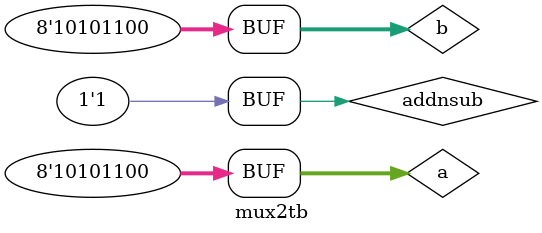
<source format=v>
module mux2tb;
	reg [7:0] a;
	reg [7:0] b;
	reg addnsub;
	wire [8:0] result;


	addsub uut(a,b,addnsub,result);
	initial
	begin	

		addnsub=1;
		
		a=8'b10111100;b=8'b10010000;
		#10a=8'b10001100;b=8'b11110000;
		#10 a=8'b10101100;b=8'b10101100;
		
	end

	initial
	begin	
		$monitor("time = %3d, in1=%d,in2=%d, out=%d", $time, a,b, result);
	end

endmodule
</source>
